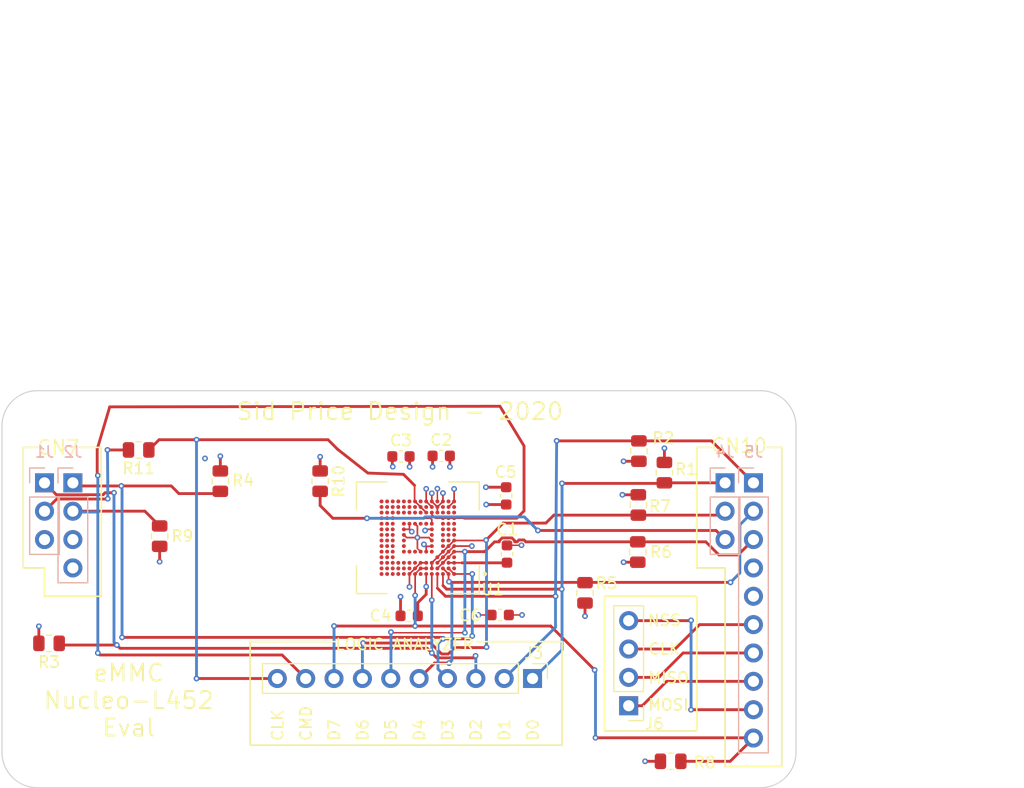
<source format=kicad_pcb>
(kicad_pcb (version 20171130) (host pcbnew "(5.1.7)-1")
  (layers (0 F.Cu signal) (1 GND power hide) (2 3V3 power hide) (31 B.Cu signal) (34 B.Paste user) (35 F.Paste user) (36 B.SilkS user) (37 F.SilkS user) (38 B.Mask user) (39 F.Mask user) (44 Edge.Cuts user))
  (net 0 "")
  (net 1 /SDMMC1_D2)
  (net 2 /SDMMC1_CK)
  (net 3 +3V3)
  (net 4 /SDMMC1_D3)
  (net 5 /SDMMC1_CMD)
  (net 6 GND)
  (net 7 /SDMMC1_D0)
  (net 8 /SDMMC1_D1)
  (net 9 /SDMMC1_D4)
  (net 10 /SDMMC1_D5)
  (net 11 /SDMMC1_D6)
  (net 12 /SDMMC1_D7)
  (net 13 /~SPI1-NSS)
  (net 14 /SPI1-MOSI)
  (net 15 /SPI1-MISO)
  (net 16 /SPI1-CLK)
  (net 17 "Net-(C1-Pad1)")
  (net 18 /~SDMMC1_RST)
  (net 19 /SDMMC1_CK`)
  (module Kicad_Footprints:BGA153N50P14X14_1000X1100X80 (layer F.Cu) (at 160.4388 101.4344 180)
    (fp_text reference U1 (at -6.6932 -4.636) (layer F.SilkS) (effects (font (thickness 0.1524))))
    (fp_text value THGBMNG5D1LBAIT)
    (pad P14 smd circle (at 3.25 3.25 180) (size 0.35 0.35) (layers F.Cu F.Paste F.Mask))
    (pad P13 smd circle (at 2.75 3.25 180) (size 0.35 0.35) (layers F.Cu F.Paste F.Mask))
    (pad P12 smd circle (at 2.25 3.25 180) (size 0.35 0.35) (layers F.Cu F.Paste F.Mask))
    (pad P11 smd circle (at 1.75 3.25 180) (size 0.35 0.35) (layers F.Cu F.Paste F.Mask))
    (pad P10 smd circle (at 1.25 3.25 180) (size 0.35 0.35) (layers F.Cu F.Paste F.Mask))
    (pad P9 smd circle (at 0.75 3.25 180) (size 0.35 0.35) (layers F.Cu F.Paste F.Mask))
    (pad P8 smd circle (at 0.25 3.25 180) (size 0.35 0.35) (layers F.Cu F.Paste F.Mask) (net 19 /SDMMC1_CK`))
    (pad P7 smd circle (at -0.25 3.25 180) (size 0.35 0.35) (layers F.Cu F.Paste F.Mask))
    (pad P6 smd circle (at -0.75 3.25 180) (size 0.35 0.35) (layers F.Cu F.Paste F.Mask) (net 6 GND))
    (pad P5 smd circle (at -1.25 3.25 180) (size 0.35 0.35) (layers F.Cu F.Paste F.Mask) (net 3 +3V3))
    (pad P4 smd circle (at -1.75 3.25 180) (size 0.35 0.35) (layers F.Cu F.Paste F.Mask) (net 6 GND))
    (pad P3 smd circle (at -2.25 3.25 180) (size 0.35 0.35) (layers F.Cu F.Paste F.Mask) (net 3 +3V3))
    (pad P2 smd circle (at -2.75 3.25 180) (size 0.35 0.35) (layers F.Cu F.Paste F.Mask))
    (pad P1 smd circle (at -3.25 3.25 180) (size 0.35 0.35) (layers F.Cu F.Paste F.Mask) (net 6 GND))
    (pad N14 smd circle (at 3.25 2.75 180) (size 0.35 0.35) (layers F.Cu F.Paste F.Mask))
    (pad N13 smd circle (at 2.75 2.75 180) (size 0.35 0.35) (layers F.Cu F.Paste F.Mask))
    (pad N12 smd circle (at 2.25 2.75 180) (size 0.35 0.35) (layers F.Cu F.Paste F.Mask))
    (pad N11 smd circle (at 1.75 2.75 180) (size 0.35 0.35) (layers F.Cu F.Paste F.Mask))
    (pad N10 smd circle (at 1.25 2.75 180) (size 0.35 0.35) (layers F.Cu F.Paste F.Mask))
    (pad N9 smd circle (at 0.75 2.75 180) (size 0.35 0.35) (layers F.Cu F.Paste F.Mask))
    (pad N8 smd circle (at 0.25 2.75 180) (size 0.35 0.35) (layers F.Cu F.Paste F.Mask))
    (pad N7 smd circle (at -0.25 2.75 180) (size 0.35 0.35) (layers F.Cu F.Paste F.Mask) (net 19 /SDMMC1_CK`))
    (pad N6 smd circle (at -0.75 2.75 180) (size 0.35 0.35) (layers F.Cu F.Paste F.Mask))
    (pad N5 smd circle (at -1.25 2.75 180) (size 0.35 0.35) (layers F.Cu F.Paste F.Mask) (net 6 GND))
    (pad N4 smd circle (at -1.75 2.75 180) (size 0.35 0.35) (layers F.Cu F.Paste F.Mask) (net 3 +3V3))
    (pad N3 smd circle (at -2.25 2.75 180) (size 0.35 0.35) (layers F.Cu F.Paste F.Mask))
    (pad N2 smd circle (at -2.75 2.75 180) (size 0.35 0.35) (layers F.Cu F.Paste F.Mask) (net 6 GND))
    (pad N1 smd circle (at -3.25 2.75 180) (size 0.35 0.35) (layers F.Cu F.Paste F.Mask))
    (pad M14 smd circle (at 3.25 2.25 180) (size 0.35 0.35) (layers F.Cu F.Paste F.Mask))
    (pad M13 smd circle (at 2.75 2.25 180) (size 0.35 0.35) (layers F.Cu F.Paste F.Mask))
    (pad M12 smd circle (at 2.25 2.25 180) (size 0.35 0.35) (layers F.Cu F.Paste F.Mask))
    (pad M11 smd circle (at 1.75 2.25 180) (size 0.35 0.35) (layers F.Cu F.Paste F.Mask))
    (pad M10 smd circle (at 1.25 2.25 180) (size 0.35 0.35) (layers F.Cu F.Paste F.Mask))
    (pad M9 smd circle (at 0.75 2.25 180) (size 0.35 0.35) (layers F.Cu F.Paste F.Mask))
    (pad M8 smd circle (at 0.25 2.25 180) (size 0.35 0.35) (layers F.Cu F.Paste F.Mask))
    (pad M7 smd circle (at -0.25 2.25 180) (size 0.35 0.35) (layers F.Cu F.Paste F.Mask))
    (pad M6 smd circle (at -0.75 2.25 180) (size 0.35 0.35) (layers F.Cu F.Paste F.Mask) (net 19 /SDMMC1_CK`))
    (pad M5 smd circle (at -1.25 2.25 180) (size 0.35 0.35) (layers F.Cu F.Paste F.Mask) (net 5 /SDMMC1_CMD))
    (pad M4 smd circle (at -1.75 2.25 180) (size 0.35 0.35) (layers F.Cu F.Paste F.Mask) (net 3 +3V3))
    (pad M3 smd circle (at -2.25 2.25 180) (size 0.35 0.35) (layers F.Cu F.Paste F.Mask))
    (pad M2 smd circle (at -2.75 2.25 180) (size 0.35 0.35) (layers F.Cu F.Paste F.Mask))
    (pad M1 smd circle (at -3.25 2.25 180) (size 0.35 0.35) (layers F.Cu F.Paste F.Mask))
    (pad L14 smd circle (at 3.25 1.75 180) (size 0.35 0.35) (layers F.Cu F.Paste F.Mask) (net 18 /~SDMMC1_RST))
    (pad L13 smd circle (at 2.75 1.75 180) (size 0.35 0.35) (layers F.Cu F.Paste F.Mask) (net 18 /~SDMMC1_RST))
    (pad L12 smd circle (at 2.25 1.75 180) (size 0.35 0.35) (layers F.Cu F.Paste F.Mask) (net 18 /~SDMMC1_RST))
    (pad L3 smd circle (at -2.25 1.75 180) (size 0.35 0.35) (layers F.Cu F.Paste F.Mask) (net 5 /SDMMC1_CMD))
    (pad L2 smd circle (at -2.75 1.75 180) (size 0.35 0.35) (layers F.Cu F.Paste F.Mask) (net 5 /SDMMC1_CMD))
    (pad L1 smd circle (at -3.25 1.75 180) (size 0.35 0.35) (layers F.Cu F.Paste F.Mask) (net 5 /SDMMC1_CMD))
    (pad K14 smd circle (at 3.25 1.25 180) (size 0.35 0.35) (layers F.Cu F.Paste F.Mask))
    (pad K13 smd circle (at 2.75 1.25 180) (size 0.35 0.35) (layers F.Cu F.Paste F.Mask))
    (pad K12 smd circle (at 2.25 1.25 180) (size 0.35 0.35) (layers F.Cu F.Paste F.Mask))
    (pad K10 smd circle (at 1.25 1.25 180) (size 0.35 0.35) (layers F.Cu F.Paste F.Mask))
    (pad K9 smd circle (at 0.75 1.25 180) (size 0.35 0.35) (layers F.Cu F.Paste F.Mask) (net 3 +3V3))
    (pad K8 smd circle (at 0.25 1.25 180) (size 0.35 0.35) (layers F.Cu F.Paste F.Mask) (net 6 GND))
    (pad K7 smd circle (at -0.25 1.25 180) (size 0.35 0.35) (layers F.Cu F.Paste F.Mask))
    (pad K6 smd circle (at -0.75 1.25 180) (size 0.35 0.35) (layers F.Cu F.Paste F.Mask))
    (pad K5 smd circle (at -1.25 1.25 180) (size 0.35 0.35) (layers F.Cu F.Paste F.Mask) (net 18 /~SDMMC1_RST))
    (pad K3 smd circle (at -2.25 1.25 180) (size 0.35 0.35) (layers F.Cu F.Paste F.Mask))
    (pad K2 smd circle (at -2.75 1.25 180) (size 0.35 0.35) (layers F.Cu F.Paste F.Mask))
    (pad K1 smd circle (at -3.25 1.25 180) (size 0.35 0.35) (layers F.Cu F.Paste F.Mask))
    (pad J14 smd circle (at 3.25 0.75 180) (size 0.35 0.35) (layers F.Cu F.Paste F.Mask))
    (pad J13 smd circle (at 2.75 0.75 180) (size 0.35 0.35) (layers F.Cu F.Paste F.Mask))
    (pad J12 smd circle (at 2.25 0.75 180) (size 0.35 0.35) (layers F.Cu F.Paste F.Mask))
    (pad J10 smd circle (at 1.25 0.75 180) (size 0.35 0.35) (layers F.Cu F.Paste F.Mask) (net 3 +3V3))
    (pad J5 smd circle (at -1.25 0.75 180) (size 0.35 0.35) (layers F.Cu F.Paste F.Mask) (net 6 GND))
    (pad J3 smd circle (at -2.25 0.75 180) (size 0.35 0.35) (layers F.Cu F.Paste F.Mask))
    (pad J2 smd circle (at -2.75 0.75 180) (size 0.35 0.35) (layers F.Cu F.Paste F.Mask))
    (pad J1 smd circle (at -3.25 0.75 180) (size 0.35 0.35) (layers F.Cu F.Paste F.Mask))
    (pad H14 smd circle (at 3.25 0.25 180) (size 0.35 0.35) (layers F.Cu F.Paste F.Mask))
    (pad H13 smd circle (at 2.75 0.25 180) (size 0.35 0.35) (layers F.Cu F.Paste F.Mask))
    (pad H12 smd circle (at 2.25 0.25 180) (size 0.35 0.35) (layers F.Cu F.Paste F.Mask))
    (pad H10 smd circle (at 1.25 0.25 180) (size 0.35 0.35) (layers F.Cu F.Paste F.Mask) (net 6 GND))
    (pad H5 smd circle (at -1.25 0.25 180) (size 0.35 0.35) (layers F.Cu F.Paste F.Mask))
    (pad H3 smd circle (at -2.25 0.25 180) (size 0.35 0.35) (layers F.Cu F.Paste F.Mask))
    (pad H2 smd circle (at -2.75 0.25 180) (size 0.35 0.35) (layers F.Cu F.Paste F.Mask))
    (pad H1 smd circle (at -3.25 0.25 180) (size 0.35 0.35) (layers F.Cu F.Paste F.Mask))
    (pad G14 smd circle (at 3.25 -0.25 180) (size 0.35 0.35) (layers F.Cu F.Paste F.Mask))
    (pad G13 smd circle (at 2.75 -0.25 180) (size 0.35 0.35) (layers F.Cu F.Paste F.Mask))
    (pad G12 smd circle (at 2.25 -0.25 180) (size 0.35 0.35) (layers F.Cu F.Paste F.Mask))
    (pad G10 smd circle (at 1.25 -0.25 180) (size 0.35 0.35) (layers F.Cu F.Paste F.Mask))
    (pad G5 smd circle (at -1.25 -0.25 180) (size 0.35 0.35) (layers F.Cu F.Paste F.Mask) (net 6 GND))
    (pad G3 smd circle (at -2.25 -0.25 180) (size 0.35 0.35) (layers F.Cu F.Paste F.Mask))
    (pad G2 smd circle (at -2.75 -0.25 180) (size 0.35 0.35) (layers F.Cu F.Paste F.Mask))
    (pad G1 smd circle (at -3.25 -0.25 180) (size 0.35 0.35) (layers F.Cu F.Paste F.Mask) (net 11 /SDMMC1_D6))
    (pad F14 smd circle (at 3.25 -0.75 180) (size 0.35 0.35) (layers F.Cu F.Paste F.Mask))
    (pad F13 smd circle (at 2.75 -0.75 180) (size 0.35 0.35) (layers F.Cu F.Paste F.Mask))
    (pad F12 smd circle (at 2.25 -0.75 180) (size 0.35 0.35) (layers F.Cu F.Paste F.Mask))
    (pad F10 smd circle (at 1.25 -0.75 180) (size 0.35 0.35) (layers F.Cu F.Paste F.Mask))
    (pad F5 smd circle (at -1.25 -0.75 180) (size 0.35 0.35) (layers F.Cu F.Paste F.Mask) (net 3 +3V3))
    (pad F3 smd circle (at -2.25 -0.75 180) (size 0.35 0.35) (layers F.Cu F.Paste F.Mask))
    (pad F2 smd circle (at -2.75 -0.75 180) (size 0.35 0.35) (layers F.Cu F.Paste F.Mask) (net 11 /SDMMC1_D6))
    (pad F1 smd circle (at -3.25 -0.75 180) (size 0.35 0.35) (layers F.Cu F.Paste F.Mask) (net 6 GND))
    (pad E14 smd circle (at 3.25 -1.25 180) (size 0.35 0.35) (layers F.Cu F.Paste F.Mask))
    (pad E13 smd circle (at 2.75 -1.25 180) (size 0.35 0.35) (layers F.Cu F.Paste F.Mask))
    (pad E12 smd circle (at 2.25 -1.25 180) (size 0.35 0.35) (layers F.Cu F.Paste F.Mask))
    (pad E10 smd circle (at 1.25 -1.25 180) (size 0.35 0.35) (layers F.Cu F.Paste F.Mask))
    (pad E9 smd circle (at 0.75 -1.25 180) (size 0.35 0.35) (layers F.Cu F.Paste F.Mask))
    (pad E8 smd circle (at 0.25 -1.25 180) (size 0.35 0.35) (layers F.Cu F.Paste F.Mask))
    (pad E7 smd circle (at -0.25 -1.25 180) (size 0.35 0.35) (layers F.Cu F.Paste F.Mask) (net 6 GND))
    (pad E6 smd circle (at -0.75 -1.25 180) (size 0.35 0.35) (layers F.Cu F.Paste F.Mask) (net 3 +3V3))
    (pad E5 smd circle (at -1.25 -1.25 180) (size 0.35 0.35) (layers F.Cu F.Paste F.Mask))
    (pad E3 smd circle (at -2.25 -1.25 180) (size 0.35 0.35) (layers F.Cu F.Paste F.Mask) (net 11 /SDMMC1_D6))
    (pad E2 smd circle (at -2.75 -1.25 180) (size 0.35 0.35) (layers F.Cu F.Paste F.Mask) (net 6 GND))
    (pad E1 smd circle (at -3.25 -1.25 180) (size 0.35 0.35) (layers F.Cu F.Paste F.Mask) (net 10 /SDMMC1_D5))
    (pad D14 smd circle (at 3.25 -1.75 180) (size 0.35 0.35) (layers F.Cu F.Paste F.Mask))
    (pad D13 smd circle (at 2.75 -1.75 180) (size 0.35 0.35) (layers F.Cu F.Paste F.Mask))
    (pad D12 smd circle (at 2.25 -1.75 180) (size 0.35 0.35) (layers F.Cu F.Paste F.Mask))
    (pad D4 smd circle (at -1.75 -1.75 180) (size 0.35 0.35) (layers F.Cu F.Paste F.Mask) (net 11 /SDMMC1_D6))
    (pad D3 smd circle (at -2.25 -1.75 180) (size 0.35 0.35) (layers F.Cu F.Paste F.Mask) (net 6 GND))
    (pad D2 smd circle (at -2.75 -1.75 180) (size 0.35 0.35) (layers F.Cu F.Paste F.Mask) (net 10 /SDMMC1_D5))
    (pad D1 smd circle (at -3.25 -1.75 180) (size 0.35 0.35) (layers F.Cu F.Paste F.Mask))
    (pad C14 smd circle (at 3.25 -2.25 180) (size 0.35 0.35) (layers F.Cu F.Paste F.Mask))
    (pad C13 smd circle (at 2.75 -2.25 180) (size 0.35 0.35) (layers F.Cu F.Paste F.Mask))
    (pad C12 smd circle (at 2.25 -2.25 180) (size 0.35 0.35) (layers F.Cu F.Paste F.Mask))
    (pad C11 smd circle (at 1.75 -2.25 180) (size 0.35 0.35) (layers F.Cu F.Paste F.Mask))
    (pad C10 smd circle (at 1.25 -2.25 180) (size 0.35 0.35) (layers F.Cu F.Paste F.Mask))
    (pad C9 smd circle (at 0.75 -2.25 180) (size 0.35 0.35) (layers F.Cu F.Paste F.Mask))
    (pad C8 smd circle (at 0.25 -2.25 180) (size 0.35 0.35) (layers F.Cu F.Paste F.Mask))
    (pad C7 smd circle (at -0.25 -2.25 180) (size 0.35 0.35) (layers F.Cu F.Paste F.Mask) (net 3 +3V3))
    (pad C6 smd circle (at -0.75 -2.25 180) (size 0.35 0.35) (layers F.Cu F.Paste F.Mask) (net 3 +3V3))
    (pad C5 smd circle (at -1.25 -2.25 180) (size 0.35 0.35) (layers F.Cu F.Paste F.Mask) (net 11 /SDMMC1_D6))
    (pad C4 smd circle (at -1.75 -2.25 180) (size 0.35 0.35) (layers F.Cu F.Paste F.Mask) (net 6 GND))
    (pad C3 smd circle (at -2.25 -2.25 180) (size 0.35 0.35) (layers F.Cu F.Paste F.Mask) (net 10 /SDMMC1_D5))
    (pad C2 smd circle (at -2.75 -2.25 180) (size 0.35 0.35) (layers F.Cu F.Paste F.Mask) (net 17 "Net-(C1-Pad1)"))
    (pad C1 smd circle (at -3.25 -2.25 180) (size 0.35 0.35) (layers F.Cu F.Paste F.Mask) (net 17 "Net-(C1-Pad1)"))
    (pad B14 smd circle (at 3.25 -2.75 180) (size 0.35 0.35) (layers F.Cu F.Paste F.Mask))
    (pad B13 smd circle (at 2.75 -2.75 180) (size 0.35 0.35) (layers F.Cu F.Paste F.Mask))
    (pad B12 smd circle (at 2.25 -2.75 180) (size 0.35 0.35) (layers F.Cu F.Paste F.Mask))
    (pad B11 smd circle (at 1.75 -2.75 180) (size 0.35 0.35) (layers F.Cu F.Paste F.Mask))
    (pad B10 smd circle (at 1.25 -2.75 180) (size 0.35 0.35) (layers F.Cu F.Paste F.Mask))
    (pad B9 smd circle (at 0.75 -2.75 180) (size 0.35 0.35) (layers F.Cu F.Paste F.Mask))
    (pad B8 smd circle (at 0.25 -2.75 180) (size 0.35 0.35) (layers F.Cu F.Paste F.Mask) (net 3 +3V3))
    (pad B7 smd circle (at -0.25 -2.75 180) (size 0.35 0.35) (layers F.Cu F.Paste F.Mask) (net 12 /SDMMC1_D7))
    (pad B6 smd circle (at -0.75 -2.75 180) (size 0.35 0.35) (layers F.Cu F.Paste F.Mask) (net 12 /SDMMC1_D7))
    (pad B5 smd circle (at -1.25 -2.75 180) (size 0.35 0.35) (layers F.Cu F.Paste F.Mask) (net 11 /SDMMC1_D6))
    (pad B4 smd circle (at -1.75 -2.75 180) (size 0.35 0.35) (layers F.Cu F.Paste F.Mask) (net 10 /SDMMC1_D5))
    (pad B3 smd circle (at -2.25 -2.75 180) (size 0.35 0.35) (layers F.Cu F.Paste F.Mask) (net 9 /SDMMC1_D4))
    (pad B2 smd circle (at -2.75 -2.75 180) (size 0.35 0.35) (layers F.Cu F.Paste F.Mask) (net 4 /SDMMC1_D3))
    (pad B1 smd circle (at -3.25 -2.75 180) (size 0.35 0.35) (layers F.Cu F.Paste F.Mask))
    (pad A14 smd circle (at 3.25 -3.25 180) (size 0.35 0.35) (layers F.Cu F.Paste F.Mask))
    (pad A13 smd circle (at 2.75 -3.25 180) (size 0.35 0.35) (layers F.Cu F.Paste F.Mask))
    (pad A12 smd circle (at 2.25 -3.25 180) (size 0.35 0.35) (layers F.Cu F.Paste F.Mask))
    (pad A11 smd circle (at 1.75 -3.25 180) (size 0.35 0.35) (layers F.Cu F.Paste F.Mask))
    (pad A10 smd circle (at 1.25 -3.25 180) (size 0.35 0.35) (layers F.Cu F.Paste F.Mask))
    (pad A9 smd circle (at 0.75 -3.25 180) (size 0.35 0.35) (layers F.Cu F.Paste F.Mask) (net 3 +3V3))
    (pad A8 smd circle (at 0.25 -3.25 180) (size 0.35 0.35) (layers F.Cu F.Paste F.Mask) (net 12 /SDMMC1_D7))
    (pad A7 smd circle (at -0.25 -3.25 180) (size 0.35 0.35) (layers F.Cu F.Paste F.Mask))
    (pad A6 smd circle (at -0.75 -3.25 180) (size 0.35 0.35) (layers F.Cu F.Paste F.Mask) (net 6 GND))
    (pad A5 smd circle (at -1.25 -3.25 180) (size 0.35 0.35) (layers F.Cu F.Paste F.Mask) (net 1 /SDMMC1_D2))
    (pad A4 smd circle (at -1.75 -3.25 180) (size 0.35 0.35) (layers F.Cu F.Paste F.Mask) (net 8 /SDMMC1_D1))
    (pad A3 smd circle (at -2.25 -3.25 180) (size 0.35 0.35) (layers F.Cu F.Paste F.Mask) (net 7 /SDMMC1_D0))
    (pad A2 smd circle (at -2.75 -3.25 180) (size 0.35 0.35) (layers F.Cu F.Paste F.Mask) (net 9 /SDMMC1_D4))
    (pad A1 smd circle (at -3.25 -3.25 180) (size 0.35 0.35) (layers F.Cu F.Paste F.Mask) (net 4 /SDMMC1_D3))
  )
  (module Resistor_SMD:R_0805_2012Metric (layer F.Cu) (at 135.4328 93.5736 180)
    (fp_text reference R11 (at 0 -1.65) (layer F.SilkS))
    (fp_text value 33)
    (pad 2 smd roundrect (at 0.9125 0 180) (size 1.025 1.4) (layers F.Cu F.Paste F.Mask) (roundrect_rratio 0.243902) (net 2 /SDMMC1_CK))
    (pad 1 smd roundrect (at -0.9125 0 180) (size 1.025 1.4) (layers F.Cu F.Paste F.Mask) (roundrect_rratio 0.243902) (net 19 /SDMMC1_CK`))
  )
  (module Resistor_SMD:R_0805_2012Metric (layer F.Cu) (at 151.6888 96.3676 270)
    (fp_text reference R10 (at 0 -1.65 90) (layer F.SilkS))
    (fp_text value 47K)
    (pad 2 smd roundrect (at 0.9125 0 270) (size 1.025 1.4) (layers F.Cu F.Paste F.Mask) (roundrect_rratio 0.243902) (net 18 /~SDMMC1_RST))
    (pad 1 smd roundrect (at -0.9125 0 270) (size 1.025 1.4) (layers F.Cu F.Paste F.Mask) (roundrect_rratio 0.243902) (net 3 +3V3))
  )
  (module Resistor_SMD:R_0805_2012Metric (layer F.Cu) (at 137.3124 101.2952 90)
    (fp_text reference R9 (at 0 2.032 180) (layer F.SilkS))
    (fp_text value 47K)
    (pad 2 smd roundrect (at 0.9125 0 90) (size 1.025 1.4) (layers F.Cu F.Paste F.Mask) (roundrect_rratio 0.243902) (net 5 /SDMMC1_CMD))
    (pad 1 smd roundrect (at -0.9125 0 90) (size 1.025 1.4) (layers F.Cu F.Paste F.Mask) (roundrect_rratio 0.243902) (net 3 +3V3))
  )
  (module Resistor_SMD:R_0805_2012Metric (layer F.Cu) (at 183.0832 121.4628)
    (fp_text reference R8 (at 3.048 0.1016) (layer F.SilkS))
    (fp_text value 47K)
    (pad 2 smd roundrect (at 0.9125 0) (size 1.025 1.4) (layers F.Cu F.Paste F.Mask) (roundrect_rratio 0.243902) (net 12 /SDMMC1_D7))
    (pad 1 smd roundrect (at -0.9125 0) (size 1.025 1.4) (layers F.Cu F.Paste F.Mask) (roundrect_rratio 0.243902) (net 3 +3V3))
  )
  (module Resistor_SMD:R_0805_2012Metric (layer F.Cu) (at 180.1876 98.5012 270)
    (fp_text reference R7 (at 0.1016 -1.9304 180) (layer F.SilkS))
    (fp_text value 47K)
    (pad 2 smd roundrect (at 0.9125 0 270) (size 1.025 1.4) (layers F.Cu F.Paste F.Mask) (roundrect_rratio 0.243902) (net 11 /SDMMC1_D6))
    (pad 1 smd roundrect (at -0.9125 0 270) (size 1.025 1.4) (layers F.Cu F.Paste F.Mask) (roundrect_rratio 0.243902) (net 3 +3V3))
  )
  (module Resistor_SMD:R_0805_2012Metric (layer F.Cu) (at 180.1368 102.7176 90)
    (fp_text reference R6 (at 0 2.0828 180) (layer F.SilkS))
    (fp_text value 47K)
    (pad 2 smd roundrect (at 0.9125 0 90) (size 1.025 1.4) (layers F.Cu F.Paste F.Mask) (roundrect_rratio 0.243902) (net 10 /SDMMC1_D5))
    (pad 1 smd roundrect (at -0.9125 0 90) (size 1.025 1.4) (layers F.Cu F.Paste F.Mask) (roundrect_rratio 0.243902) (net 3 +3V3))
  )
  (module Resistor_SMD:R_0805_2012Metric (layer F.Cu) (at 175.4124 106.3752 90)
    (fp_text reference R5 (at 0.8636 1.9304 180) (layer F.SilkS))
    (fp_text value 47K)
    (pad 2 smd roundrect (at 0.9125 0 90) (size 1.025 1.4) (layers F.Cu F.Paste F.Mask) (roundrect_rratio 0.243902) (net 9 /SDMMC1_D4))
    (pad 1 smd roundrect (at -0.9125 0 90) (size 1.025 1.4) (layers F.Cu F.Paste F.Mask) (roundrect_rratio 0.243902) (net 3 +3V3))
  )
  (module Resistor_SMD:R_0805_2012Metric (layer F.Cu) (at 142.748 96.3676 270)
    (fp_text reference R4 (at -0.0508 -2.032 180) (layer F.SilkS))
    (fp_text value 47K)
    (pad 2 smd roundrect (at 0.9125 0 270) (size 1.025 1.4) (layers F.Cu F.Paste F.Mask) (roundrect_rratio 0.243902) (net 4 /SDMMC1_D3))
    (pad 1 smd roundrect (at -0.9125 0 270) (size 1.025 1.4) (layers F.Cu F.Paste F.Mask) (roundrect_rratio 0.243902) (net 3 +3V3))
  )
  (module Resistor_SMD:R_0805_2012Metric (layer F.Cu) (at 127.4064 110.8964)
    (fp_text reference R3 (at 0 1.6764) (layer F.SilkS))
    (fp_text value 47K)
    (pad 2 smd roundrect (at 0.9125 0) (size 1.025 1.4) (layers F.Cu F.Paste F.Mask) (roundrect_rratio 0.243902) (net 1 /SDMMC1_D2))
    (pad 1 smd roundrect (at -0.9125 0) (size 1.025 1.4) (layers F.Cu F.Paste F.Mask) (roundrect_rratio 0.243902) (net 3 +3V3))
  )
  (module Resistor_SMD:R_0805_2012Metric (layer F.Cu) (at 180.2384 93.6752 90)
    (fp_text reference R2 (at 1.1684 2.1844 180) (layer F.SilkS))
    (fp_text value 47K)
    (pad 2 smd roundrect (at 0.9125 0 90) (size 1.025 1.4) (layers F.Cu F.Paste F.Mask) (roundrect_rratio 0.243902) (net 8 /SDMMC1_D1))
    (pad 1 smd roundrect (at -0.9125 0 90) (size 1.025 1.4) (layers F.Cu F.Paste F.Mask) (roundrect_rratio 0.243902) (net 3 +3V3))
  )
  (module Resistor_SMD:R_0805_2012Metric (layer F.Cu) (at 182.5244 95.6056 270)
    (fp_text reference R1 (at -0.3048 -1.9304 180) (layer F.SilkS))
    (fp_text value 47K)
    (pad 2 smd roundrect (at 0.9125 0 270) (size 1.025 1.4) (layers F.Cu F.Paste F.Mask) (roundrect_rratio 0.243902) (net 7 /SDMMC1_D0))
    (pad 1 smd roundrect (at -0.9125 0 270) (size 1.025 1.4) (layers F.Cu F.Paste F.Mask) (roundrect_rratio 0.243902) (net 3 +3V3))
  )
  (module Connector_PinHeader_2.54mm:PinHeader_1x04_P2.54mm_Vertical (layer F.Cu) (at 179.324 116.4844 180)
    (fp_text reference J6 (at -2.286 -1.6256) (layer F.SilkS))
    (fp_text value Conn_01x04_Male)
    (pad 4 thru_hole oval (at 0 7.62 180) (size 1.7 1.7) (drill 1) (layers *.Cu *.Mask) (net 13 /~SPI1-NSS))
    (pad 3 thru_hole oval (at 0 5.08 180) (size 1.7 1.7) (drill 1) (layers *.Cu *.Mask) (net 16 /SPI1-CLK))
    (pad 2 thru_hole oval (at 0 2.54 180) (size 1.7 1.7) (drill 1) (layers *.Cu *.Mask) (net 15 /SPI1-MISO))
    (pad 1 thru_hole rect (at 0 0 180) (size 1.7 1.7) (drill 1) (layers *.Cu *.Mask) (net 14 /SPI1-MOSI))
  )
  (module Capacitor_SMD:C_0603_1608Metric (layer F.Cu) (at 167.8178 108.3564)
    (fp_text reference C6 (at -2.6924 0.0254) (layer F.SilkS))
    (fp_text value 100nF)
    (pad 2 smd roundrect (at 0.775 0) (size 0.9 0.95) (layers F.Cu F.Paste F.Mask) (net 6 GND))
    (pad 1 smd roundrect (at -0.775 0) (size 0.9 0.95) (layers F.Cu F.Paste F.Mask) (net 3 +3V3))
  )
  (module Capacitor_SMD:C_0603_1608Metric (layer F.Cu) (at 168.3512 97.6884 90)
    (fp_text reference C5 (at 2.1336 -0.0508 180) (layer F.SilkS))
    (fp_text value 100nF)
    (pad 2 smd roundrect (at 0.775 0 90) (size 0.9 0.95) (layers F.Cu F.Paste F.Mask) (net 6 GND))
    (pad 1 smd roundrect (at -0.775 0 90) (size 0.9 0.95) (layers F.Cu F.Paste F.Mask) (net 3 +3V3))
  )
  (module Capacitor_SMD:C_0603_1608Metric (layer F.Cu) (at 159.6644 108.4326)
    (fp_text reference C4 (at -2.5654 -0.0254) (layer F.SilkS))
    (fp_text value 100nF)
    (pad 2 smd roundrect (at 0.775 0) (size 0.9 0.95) (layers F.Cu F.Paste F.Mask) (net 6 GND))
    (pad 1 smd roundrect (at -0.775 0) (size 0.9 0.95) (layers F.Cu F.Paste F.Mask) (net 3 +3V3))
  )
  (module Capacitor_SMD:C_0603_1608Metric (layer F.Cu) (at 158.9278 94.1578)
    (fp_text reference C3 (at 0 -1.43) (layer F.SilkS))
    (fp_text value 100nF)
    (pad 2 smd roundrect (at 0.775 0) (size 0.9 0.95) (layers F.Cu F.Paste F.Mask) (net 6 GND))
    (pad 1 smd roundrect (at -0.775 0) (size 0.9 0.95) (layers F.Cu F.Paste F.Mask) (net 3 +3V3))
  )
  (module Capacitor_SMD:C_0603_1608Metric (layer F.Cu) (at 162.5346 94.107)
    (fp_text reference C2 (at 0 -1.43) (layer F.SilkS))
    (fp_text value "10uF 10V")
    (pad 2 smd roundrect (at 0.775 0) (size 0.9 0.95) (layers F.Cu F.Paste F.Mask) (net 6 GND))
    (pad 1 smd roundrect (at -0.775 0) (size 0.9 0.95) (layers F.Cu F.Paste F.Mask) (net 3 +3V3))
  )
  (module Capacitor_SMD:C_0603_1608Metric (layer F.Cu) (at 168.4274 102.8954 90)
    (fp_text reference C1 (at 2.1968 0.0254 180) (layer F.SilkS))
    (fp_text value "2.2uF 6.3V")
    (pad 2 smd roundrect (at 0.775 0 90) (size 0.9 0.95) (layers F.Cu F.Paste F.Mask) (net 6 GND))
    (pad 1 smd roundrect (at -0.775 0 90) (size 0.9 0.95) (layers F.Cu F.Paste F.Mask) (net 17 "Net-(C1-Pad1)"))
  )
  (module Connector_PinHeader_2.54mm:PinHeader_1x10_P2.54mm_Vertical (layer F.Cu) (at 170.7134 114.046 270)
    (fp_text reference J3 (at -2.286 -0.1016 180) (layer F.SilkS))
    (fp_text value Conn_01x10_Male)
    (pad 1 thru_hole rect (at 0 0 270) (size 1.7 1.7) (drill 1) (layers *.Cu *.Mask) (net 7 /SDMMC1_D0))
    (pad 2 thru_hole oval (at 0 2.54 270) (size 1.7 1.7) (drill 1) (layers *.Cu *.Mask) (net 8 /SDMMC1_D1))
    (pad 3 thru_hole oval (at 0 5.08 270) (size 1.7 1.7) (drill 1) (layers *.Cu *.Mask) (net 1 /SDMMC1_D2))
    (pad 4 thru_hole oval (at 0 7.62 270) (size 1.7 1.7) (drill 1) (layers *.Cu *.Mask) (net 4 /SDMMC1_D3))
    (pad 5 thru_hole oval (at 0 10.16 270) (size 1.7 1.7) (drill 1) (layers *.Cu *.Mask) (net 9 /SDMMC1_D4))
    (pad 6 thru_hole oval (at 0 12.7 270) (size 1.7 1.7) (drill 1) (layers *.Cu *.Mask) (net 10 /SDMMC1_D5))
    (pad 7 thru_hole oval (at 0 15.24 270) (size 1.7 1.7) (drill 1) (layers *.Cu *.Mask) (net 11 /SDMMC1_D6))
    (pad 8 thru_hole oval (at 0 17.78 270) (size 1.7 1.7) (drill 1) (layers *.Cu *.Mask) (net 12 /SDMMC1_D7))
    (pad 9 thru_hole oval (at 0 20.32 270) (size 1.7 1.7) (drill 1) (layers *.Cu *.Mask) (net 5 /SDMMC1_CMD))
    (pad 10 thru_hole oval (at 0 22.86 270) (size 1.7 1.7) (drill 1) (layers *.Cu *.Mask) (net 19 /SDMMC1_CK`))
  )
  (module Connector_PinSocket_2.54mm:PinSocket_1x03_P2.54mm_Vertical (layer B.Cu) (at 187.96 96.52 180)
    (fp_text reference J4 (at 0 2.77) (layer B.SilkS) (effects (justify mirror)))
    (fp_text value Conn_01x03_Male)
    (pad 3 thru_hole oval (at 0 -5.08 180) (size 1.7 1.7) (drill 1) (layers *.Cu *.Mask) (net 18 /~SDMMC1_RST))
    (pad 2 thru_hole oval (at 0 -2.54 180) (size 1.7 1.7) (drill 1) (layers *.Cu *.Mask) (net 11 /SDMMC1_D6))
    (pad 1 thru_hole rect (at 0 0 180) (size 1.7 1.7) (drill 1) (layers *.Cu *.Mask) (net 7 /SDMMC1_D0))
  )
  (module Connector_PinSocket_2.54mm:PinSocket_1x10_P2.54mm_Vertical (layer B.Cu) (at 190.5 96.52 180)
    (fp_text reference J5 (at 0 2.77) (layer B.SilkS) (effects (justify mirror)))
    (fp_text value Conn_01x10_Male)
    (pad 10 thru_hole oval (at 0 -22.86 180) (size 1.7 1.7) (drill 1) (layers *.Cu *.Mask) (net 12 /SDMMC1_D7))
    (pad 9 thru_hole oval (at 0 -20.32 180) (size 1.7 1.7) (drill 1) (layers *.Cu *.Mask) (net 13 /~SPI1-NSS))
    (pad 8 thru_hole oval (at 0 -17.78 180) (size 1.7 1.7) (drill 1) (layers *.Cu *.Mask) (net 14 /SPI1-MOSI))
    (pad 7 thru_hole oval (at 0 -15.24 180) (size 1.7 1.7) (drill 1) (layers *.Cu *.Mask) (net 15 /SPI1-MISO))
    (pad 6 thru_hole oval (at 0 -12.7 180) (size 1.7 1.7) (drill 1) (layers *.Cu *.Mask) (net 16 /SPI1-CLK))
    (pad 5 thru_hole oval (at 0 -10.16 180) (size 1.7 1.7) (drill 1) (layers *.Cu *.Mask))
    (pad 4 thru_hole oval (at 0 -7.62 180) (size 1.7 1.7) (drill 1) (layers *.Cu *.Mask))
    (pad 3 thru_hole oval (at 0 -5.08 180) (size 1.7 1.7) (drill 1) (layers *.Cu *.Mask) (net 10 /SDMMC1_D5))
    (pad 2 thru_hole oval (at 0 -2.54 180) (size 1.7 1.7) (drill 1) (layers *.Cu *.Mask) (net 9 /SDMMC1_D4))
    (pad 1 thru_hole rect (at 0 0 180) (size 1.7 1.7) (drill 1) (layers *.Cu *.Mask) (net 8 /SDMMC1_D1))
  )
  (module Connector_PinSocket_2.54mm:PinSocket_1x04_P2.54mm_Vertical (layer B.Cu) (at 129.54 96.52 180)
    (fp_text reference J2 (at 0 2.77) (layer B.SilkS) (effects (justify mirror)))
    (fp_text value Conn_01x04_Male)
    (pad 4 thru_hole oval (at 0 -7.62 180) (size 1.7 1.7) (drill 1) (layers *.Cu *.Mask) (net 6 GND))
    (pad 3 thru_hole oval (at 0 -5.08 180) (size 1.7 1.7) (drill 1) (layers *.Cu *.Mask))
    (pad 2 thru_hole oval (at 0 -2.54 180) (size 1.7 1.7) (drill 1) (layers *.Cu *.Mask) (net 5 /SDMMC1_CMD))
    (pad 1 thru_hole rect (at 0 0 180) (size 1.7 1.7) (drill 1) (layers *.Cu *.Mask) (net 4 /SDMMC1_D3))
  )
  (module Connector_PinSocket_2.54mm:PinSocket_1x03_P2.54mm_Vertical (layer B.Cu) (at 127 96.52 180)
    (fp_text reference J1 (at 0 2.77) (layer B.SilkS) (effects (justify mirror)))
    (fp_text value Conn_01x03_Male)
    (pad 3 thru_hole oval (at 0 -5.08 180) (size 1.7 1.7) (drill 1) (layers *.Cu *.Mask) (net 3 +3V3))
    (pad 2 thru_hole oval (at 0 -2.54 180) (size 1.7 1.7) (drill 1) (layers *.Cu *.Mask) (net 2 /SDMMC1_CK))
    (pad 1 thru_hole rect (at 0 0 180) (size 1.7 1.7) (drill 1) (layers *.Cu *.Mask) (net 1 /SDMMC1_D2))
  )
  (gr_line (start 173.355 110.744) (end 173.355 111.125) (layer F.SilkS) (width 0.15))
  (gr_line (start 145.415 111.125) (end 145.415 110.744) (layer F.SilkS) (width 0.15))
  (gr_line (start 132.08 93.345) (end 130.175 93.345) (layer F.SilkS) (width 0.15))
  (gr_line (start 132.08 106.68) (end 132.08 93.345) (layer F.SilkS) (width 0.15))
  (gr_line (start 127 106.68) (end 132.08 106.68) (layer F.SilkS) (width 0.15))
  (gr_line (start 127 104.14) (end 127 106.68) (layer F.SilkS) (width 0.15))
  (gr_line (start 125.095 104.14) (end 127 104.14) (layer F.SilkS) (width 0.15))
  (gr_line (start 125.095 93.345) (end 125.095 104.14) (layer F.SilkS) (width 0.15))
  (gr_line (start 126.365 93.345) (end 125.095 93.345) (layer F.SilkS) (width 0.15))
  (gr_line (start 173.355 110.744) (end 165.735 110.744) (layer F.SilkS) (width 0.15))
  (gr_line (start 173.355 120.015) (end 173.355 111.125) (layer F.SilkS) (width 0.15))
  (gr_line (start 145.415 120.015) (end 173.355 120.015) (layer F.SilkS) (width 0.15))
  (gr_line (start 145.415 111.125) (end 145.415 120.015) (layer F.SilkS) (width 0.15))
  (gr_line (start 153.035 110.744) (end 145.415 110.744) (layer F.SilkS) (width 0.15))
  (gr_text "LOGIC ANALYZER" (at 159.258 110.998) (layer F.SilkS) (effects (font (size 1 1))))
  (gr_line (start 177.165 118.745) (end 177.165 106.68) (layer F.SilkS) (width 0.15))
  (gr_line (start 185.42 118.745) (end 177.165 118.745) (layer F.SilkS) (width 0.15))
  (gr_line (start 185.42 106.68) (end 185.42 118.745) (layer F.SilkS) (width 0.15))
  (gr_line (start 177.165 106.68) (end 185.42 106.68) (layer F.SilkS) (width 0.15))
  (gr_line (start 185.42 93.345) (end 186.69 93.345) (layer F.SilkS) (width 0.15))
  (gr_line (start 185.42 104.14) (end 185.42 93.345) (layer F.SilkS) (width 0.15))
  (gr_line (start 187.96 104.14) (end 185.42 104.14) (layer F.SilkS) (width 0.15))
  (gr_line (start 187.96 121.92) (end 187.96 104.14) (layer F.SilkS) (width 0.15))
  (gr_line (start 193.04 121.92) (end 187.96 121.92) (layer F.SilkS) (width 0.15))
  (gr_line (start 193.04 93.345) (end 193.04 121.92) (layer F.SilkS) (width 0.15))
  (gr_line (start 191.77 93.345) (end 193.04 93.345) (layer F.SilkS) (width 0.15))
  (gr_text NSS (at 182.5244 108.839) (layer F.SilkS) (effects (font (size 1 1))))
  (gr_text CLK (at 182.5244 111.4044) (layer F.SilkS) (effects (font (size 1 1))))
  (gr_text MISO (at 182.9054 113.9952) (layer F.SilkS) (effects (font (size 1 1))))
  (gr_text MOSI (at 182.88 116.4082) (layer F.SilkS) (effects (font (size 1 1))))
  (gr_text D4 (at 160.5788 119.7356 90) (layer F.SilkS) (effects (font (size 1 1)) (justify left)))
  (gr_text D3 (at 163.1188 119.7356 90) (layer F.SilkS) (effects (font (size 1 1)) (justify left)))
  (gr_text D2 (at 165.6588 119.7356 90) (layer F.SilkS) (effects (font (size 1 1)) (justify left)))
  (gr_text CN10 (at 189.2046 93.1926) (layer F.SilkS) (effects (font (size 1.27 1.27))))
  (gr_text CN7 (at 128.2446 93.345) (layer F.SilkS) (effects (font (size 1.27 1.27))))
  (gr_text D6 (at 155.4988 119.7356 90) (layer F.SilkS) (effects (font (size 1 1)) (justify left)))
  (gr_text D5 (at 158.0388 119.7356 90) (layer F.SilkS) (effects (font (size 1 1)) (justify left)))
  (gr_text D7 (at 152.9588 119.7356 90) (layer F.SilkS) (effects (font (size 1 1)) (justify left)))
  (gr_text CMD (at 150.4188 119.7356 90) (layer F.SilkS) (effects (font (size 1 1)) (justify left)))
  (gr_text D0 (at 170.7388 119.7356 90) (layer F.SilkS) (effects (font (size 1 1)) (justify left)))
  (gr_text CLK (at 147.8788 119.7356 90) (layer F.SilkS) (effects (font (size 1 1)) (justify left)))
  (gr_text "Sid Price Design - 2020" (at 158.8262 90.1192) (layer F.SilkS) (effects (font (size 1.524 1.524) (thickness 0.1778))))
  (gr_text D1 (at 168.1988 119.7356 90) (layer F.SilkS) (effects (font (size 1 1)) (justify left)))
  (gr_text "eMMC\nNucleo-L452\nEval" (at 134.5438 116.0018) (layer F.SilkS) (effects (font (size 1.524 1.524) (thickness 0.1778))))
  (gr_arc (start 191.135 120.65) (end 191.135 123.825) (angle -90) (layer Edge.Cuts) (width 0.1))
  (gr_line (start 194.31 91.44) (end 194.31 120.65) (layer Edge.Cuts) (width 0.1))
  (gr_arc (start 126.365 91.44) (end 126.365 88.265) (angle -90) (layer Edge.Cuts) (width 0.1))
  (gr_line (start 126.365 88.265) (end 191.135 88.265) (layer Edge.Cuts) (width 0.1))
  (gr_arc (start 191.135 91.44) (end 194.31 91.44) (angle -90) (layer Edge.Cuts) (width 0.1))
  (gr_line (start 123.19 120.65) (end 123.19 91.44) (layer Edge.Cuts) (width 0.1))
  (gr_line (start 191.135 123.825) (end 126.365 123.825) (layer Edge.Cuts) (width 0.1))
  (gr_arc (start 126.365 120.65) (end 123.19 120.65) (angle -90) (layer Edge.Cuts) (width 0.1))
  (segment (start 161.6888 104.6844) (end 161.6888 107.028) (width 0.1524) (layer F.Cu) (net 1))
  (via (at 161.6888 107.028) (size 0.508) (drill 0.254) (layers F.Cu B.Cu) (net 1))
  (segment (start 161.6964 111.633) (end 161.6964 111.76) (width 0.127) (layer B.Cu) (net 1))
  (via (at 161.6964 111.76) (size 0.508) (drill 0.254) (layers F.Cu B.Cu) (net 1))
  (segment (start 161.6888 107.028) (end 161.6888 111.6254) (width 0.254) (layer B.Cu) (net 1))
  (segment (start 161.6888 111.6254) (end 161.6964 111.633) (width 0.127) (layer B.Cu) (net 1))
  (via (at 165.608 112.014) (size 0.508) (drill 0.254) (layers F.Cu B.Cu) (net 1))
  (segment (start 165.6334 112.0394) (end 165.608 112.014) (width 0.127) (layer B.Cu) (net 1))
  (segment (start 165.6334 114.046) (end 165.6334 112.0394) (width 0.254) (layer B.Cu) (net 1))
  (via (at 133.477 111.0488) (size 0.508) (drill 0.254) (layers F.Cu B.Cu) (net 1))
  (segment (start 133.223 110.7948) (end 133.223 97.409) (width 0.254) (layer B.Cu) (net 1))
  (segment (start 133.477 111.0488) (end 133.223 110.7948) (width 0.254) (layer B.Cu) (net 1))
  (via (at 133.223 97.409) (size 0.508) (drill 0.254) (layers F.Cu B.Cu) (net 1))
  (segment (start 127 96.52) (end 128.0668 97.5868) (width 0.254) (layer F.Cu) (net 1))
  (segment (start 128.0668 97.5868) (end 132.241661 97.5868) (width 0.254) (layer F.Cu) (net 1))
  (segment (start 132.241661 97.5868) (end 132.419461 97.409) (width 0.254) (layer F.Cu) (net 1))
  (segment (start 132.419461 97.409) (end 133.223 97.409) (width 0.254) (layer F.Cu) (net 1))
  (segment (start 161.6964 111.76) (end 162.128213 112.191813) (width 0.254) (layer F.Cu) (net 1))
  (segment (start 165.430187 112.191813) (end 165.608 112.014) (width 0.254) (layer F.Cu) (net 1))
  (segment (start 162.128213 112.191813) (end 165.430187 112.191813) (width 0.254) (layer F.Cu) (net 1))
  (segment (start 133.477 111.0488) (end 133.769106 111.340906) (width 0.254) (layer F.Cu) (net 1))
  (segment (start 155.762438 111.340906) (end 155.762444 111.3409) (width 0.254) (layer F.Cu) (net 1))
  (segment (start 155.762444 111.3409) (end 161.2773 111.3409) (width 0.254) (layer F.Cu) (net 1))
  (segment (start 161.442401 111.506001) (end 161.6964 111.76) (width 0.254) (layer F.Cu) (net 1))
  (segment (start 161.2773 111.3409) (end 161.442401 111.506001) (width 0.254) (layer F.Cu) (net 1))
  (segment (start 133.769106 111.340906) (end 155.762438 111.340906) (width 0.254) (layer F.Cu) (net 1))
  (segment (start 128.4713 111.0488) (end 128.3189 110.8964) (width 0.254) (layer F.Cu) (net 1))
  (segment (start 133.477 111.0488) (end 128.4713 111.0488) (width 0.254) (layer F.Cu) (net 1))
  (segment (start 160.6888 98.6844) (end 160.1888 98.1844) (width 0.1524) (layer F.Cu) (net 19))
  (segment (start 161.1888 99.1844) (end 160.6888 98.6844) (width 0.1524) (layer F.Cu) (net 19))
  (segment (start 160.147 98.1426) (end 160.147 96.7486) (width 0.1524) (layer F.Cu) (net 19))
  (segment (start 160.1888 98.1844) (end 160.147 98.1426) (width 0.127) (layer F.Cu) (net 19))
  (via (at 132.664198 97.942398) (size 0.508) (drill 0.254) (layers F.Cu B.Cu) (net 2))
  (segment (start 132.6642 97.882598) (end 132.664198 97.8826) (width 0.127) (layer B.Cu) (net 2))
  (segment (start 132.664198 97.8826) (end 132.664198 97.942398) (width 0.127) (layer B.Cu) (net 2))
  (segment (start 132.638796 97.9678) (end 132.664198 97.942398) (width 0.254) (layer F.Cu) (net 2))
  (segment (start 128.0922 97.9678) (end 132.638796 97.9678) (width 0.254) (layer F.Cu) (net 2))
  (segment (start 127 99.06) (end 128.0922 97.9678) (width 0.254) (layer F.Cu) (net 2))
  (segment (start 161.1888 102.6844) (end 161.1888 102.2092) (width 0.1524) (layer F.Cu) (net 3))
  (segment (start 161.664 102.2092) (end 161.6888 102.1844) (width 0.127) (layer F.Cu) (net 3))
  (segment (start 161.1888 102.2092) (end 161.664 102.2092) (width 0.1524) (layer F.Cu) (net 3))
  (segment (start 161.1888 102.2092) (end 161.1626 102.2092) (width 0.1524) (layer F.Cu) (net 3))
  (via (at 160.9852 102.0318) (size 0.508) (drill 0.254) (layers F.Cu B.Cu) (net 3))
  (segment (start 161.1626 102.2092) (end 160.9852 102.0318) (width 0.1524) (layer F.Cu) (net 3))
  (segment (start 159.1888 100.6844) (end 159.6886 100.6844) (width 0.1524) (layer F.Cu) (net 3))
  (segment (start 159.6888 100.6842) (end 159.6888 100.1844) (width 0.1524) (layer F.Cu) (net 3))
  (segment (start 159.6886 100.6844) (end 159.6888 100.6842) (width 0.1524) (layer F.Cu) (net 3))
  (segment (start 159.6886 100.6844) (end 159.893 100.8888) (width 0.1524) (layer F.Cu) (net 3))
  (via (at 159.893 100.8888) (size 0.508) (drill 0.254) (layers F.Cu B.Cu) (net 3))
  (segment (start 162.1888 99.1844) (end 162.1888 98.6844) (width 0.1524) (layer F.Cu) (net 3))
  (segment (start 162.1888 98.6844) (end 162.6888 98.1844) (width 0.1524) (layer F.Cu) (net 3))
  (segment (start 162.1888 98.6844) (end 161.6888 98.1844) (width 0.1524) (layer F.Cu) (net 3))
  (segment (start 162.6888 98.1844) (end 162.6888 97.4362) (width 0.1524) (layer F.Cu) (net 3))
  (via (at 162.6888 97.4362) (size 0.508) (drill 0.254) (layers F.Cu B.Cu) (net 3))
  (segment (start 161.6888 98.1844) (end 161.6888 97.4522) (width 0.1524) (layer F.Cu) (net 3))
  (via (at 161.6888 97.4522) (size 0.508) (drill 0.254) (layers F.Cu B.Cu) (net 3))
  (via (at 158.1912 95.072202) (size 0.508) (drill 0.254) (layers F.Cu B.Cu) (net 3))
  (segment (start 158.1528 94.1578) (end 158.1528 95.033802) (width 0.254) (layer F.Cu) (net 3))
  (segment (start 158.1528 95.033802) (end 158.1912 95.072202) (width 0.254) (layer F.Cu) (net 3))
  (segment (start 161.7596 94.107) (end 161.7596 95.0852) (width 0.254) (layer F.Cu) (net 3))
  (via (at 161.7596 95.0852) (size 0.508) (drill 0.254) (layers F.Cu B.Cu) (net 3))
  (segment (start 168.3512 98.4634) (end 166.5602 98.4634) (width 0.254) (layer F.Cu) (net 3))
  (via (at 166.5602 98.4634) (size 0.508) (drill 0.254) (layers F.Cu B.Cu) (net 3))
  (segment (start 161.1888 103.6844) (end 160.6888 103.6844) (width 0.1524) (layer F.Cu) (net 3))
  (segment (start 160.6888 103.6844) (end 160.1888 104.1844) (width 0.1524) (layer F.Cu) (net 3))
  (segment (start 160.1888 104.1844) (end 159.6888 104.6844) (width 0.1524) (layer F.Cu) (net 3))
  (segment (start 159.6888 104.6844) (end 159.6888 105.8408) (width 0.1524) (layer F.Cu) (net 3))
  (via (at 159.6888 105.8408) (size 0.508) (drill 0.254) (layers F.Cu B.Cu) (net 3))
  (via (at 158.8894 106.7178) (size 0.508) (drill 0.254) (layers F.Cu B.Cu) (net 3))
  (segment (start 158.8894 108.4326) (end 158.8894 106.7178) (width 0.254) (layer F.Cu) (net 3))
  (segment (start 167.0428 108.3564) (end 165.862 108.3564) (width 0.127) (layer F.Cu) (net 3))
  (via (at 165.862 108.3564) (size 0.508) (drill 0.254) (layers F.Cu B.Cu) (net 3))
  (segment (start 163.1888 104.1844) (end 163.1888 104.1846) (width 0.127) (layer F.Cu) (net 4))
  (segment (start 163.1888 104.1844) (end 163.6888 104.6844) (width 0.1524) (layer F.Cu) (net 4))
  (segment (start 163.6888 104.6844) (end 165.3142 104.6844) (width 0.1524) (layer F.Cu) (net 4))
  (via (at 165.3142 104.6844) (size 0.508) (drill 0.254) (layers F.Cu B.Cu) (net 4))
  (via (at 133.8834 96.7994) (size 0.508) (drill 0.254) (layers F.Cu B.Cu) (net 4))
  (segment (start 133.9452 96.8612) (end 133.8834 96.7994) (width 0.127) (layer B.Cu) (net 4))
  (segment (start 129.54 96.52) (end 129.8194 96.7994) (width 0.127) (layer F.Cu) (net 4))
  (segment (start 133.187944 96.7994) (end 133.8834 96.7994) (width 0.254) (layer F.Cu) (net 4))
  (segment (start 129.8194 96.7994) (end 133.187944 96.7994) (width 0.254) (layer F.Cu) (net 4))
  (segment (start 133.9452 96.8612) (end 133.9452 110.361292) (width 0.254) (layer B.Cu) (net 4))
  (segment (start 133.9452 110.361292) (end 133.94691 110.363002) (width 0.254) (layer B.Cu) (net 4))
  (via (at 133.94691 110.363002) (size 0.508) (drill 0.254) (layers F.Cu B.Cu) (net 4))
  (segment (start 162.560002 110.363002) (end 162.687 110.49) (width 0.254) (layer F.Cu) (net 4))
  (segment (start 163.0934 114.046) (end 162.243401 113.196001) (width 0.254) (layer B.Cu) (net 4))
  (segment (start 162.243401 110.933599) (end 162.687 110.49) (width 0.254) (layer B.Cu) (net 4))
  (via (at 162.687 110.49) (size 0.508) (drill 0.254) (layers F.Cu B.Cu) (net 4))
  (segment (start 162.243401 113.196001) (end 162.243401 110.933599) (width 0.254) (layer B.Cu) (net 4))
  (segment (start 133.94691 110.363002) (end 162.560002 110.363002) (width 0.254) (layer F.Cu) (net 4))
  (via (at 165.3142 110.236) (size 0.508) (drill 0.254) (layers F.Cu B.Cu) (net 4))
  (segment (start 165.3142 104.6844) (end 165.3142 110.236) (width 0.254) (layer B.Cu) (net 4))
  (segment (start 162.687 110.49) (end 165.0602 110.49) (width 0.254) (layer F.Cu) (net 4))
  (segment (start 165.0602 110.49) (end 165.3142 110.236) (width 0.254) (layer F.Cu) (net 4))
  (segment (start 162.6888 99.6844) (end 163.1888 99.6844) (width 0.1524) (layer F.Cu) (net 5))
  (segment (start 163.1888 99.6844) (end 163.6888 99.6844) (width 0.1524) (layer F.Cu) (net 5))
  (segment (start 163.6888 99.6844) (end 164.6026 99.6844) (width 0.1524) (layer F.Cu) (net 5))
  (via (at 131.7752 111.76) (size 0.508) (drill 0.254) (layers F.Cu B.Cu) (net 5))
  (segment (start 129.6162 99.1362) (end 129.54 99.06) (width 0.127) (layer B.Cu) (net 5))
  (segment (start 131.7752 99.1362) (end 129.6162 99.1362) (width 0.254) (layer B.Cu) (net 5))
  (segment (start 131.7752 111.76) (end 131.7752 99.1362) (width 0.254) (layer B.Cu) (net 5))
  (segment (start 131.7752 99.1362) (end 131.7752 95.9104) (width 0.254) (layer B.Cu) (net 5))
  (via (at 131.7752 95.8596) (size 0.508) (drill 0.254) (layers F.Cu B.Cu) (net 5))
  (segment (start 131.7752 95.9104) (end 131.6736 95.8088) (width 0.127) (layer B.Cu) (net 5))
  (segment (start 161.6888 99.1844) (end 161.6888 99.3572) (width 0.127) (layer F.Cu) (net 5))
  (segment (start 162.016 99.6844) (end 162.6888 99.6844) (width 0.1524) (layer F.Cu) (net 5))
  (segment (start 161.6888 99.3572) (end 162.016 99.6844) (width 0.1524) (layer F.Cu) (net 5))
  (segment (start 131.716 95.8512) (end 131.6736 95.8088) (width 0.127) (layer F.Cu) (net 5))
  (segment (start 131.952999 111.937799) (end 131.7752 111.76) (width 0.127) (layer F.Cu) (net 5))
  (segment (start 148.285199 111.937799) (end 131.952999 111.937799) (width 0.254) (layer F.Cu) (net 5))
  (segment (start 150.3934 114.046) (end 148.285199 111.937799) (width 0.254) (layer F.Cu) (net 5))
  (segment (start 162.6888 103.1844) (end 163.1888 102.6844) (width 0.1524) (layer F.Cu) (net 6))
  (segment (start 163.1888 102.6844) (end 163.6888 102.1844) (width 0.1524) (layer F.Cu) (net 6))
  (segment (start 163.6888 102.1844) (end 164.2616 102.1844) (width 0.1524) (layer F.Cu) (net 6))
  (segment (start 164.2616 102.1844) (end 165.2776 102.1844) (width 0.1524) (layer F.Cu) (net 6))
  (via (at 165.2776 102.1844) (size 0.508) (drill 0.254) (layers F.Cu B.Cu) (net 6))
  (segment (start 163.6888 98.1844) (end 163.6888 97.0646) (width 0.1524) (layer F.Cu) (net 6))
  (segment (start 163.6888 97.0646) (end 163.6888 97.0646) (width 0.127) (layer F.Cu) (net 6))
  (via (at 163.6888 97.0646) (size 0.508) (drill 0.254) (layers F.Cu B.Cu) (net 6))
  (segment (start 162.1888 103.6844) (end 162.6888 103.1844) (width 0.1524) (layer F.Cu) (net 6))
  (segment (start 160.401 102.3966) (end 160.6888 102.6844) (width 0.127) (layer F.Cu) (net 6))
  (segment (start 160.1888 100.1844) (end 160.23 100.1844) (width 0.127) (layer F.Cu) (net 6))
  (segment (start 159.1888 101.1844) (end 159.198 101.1844) (width 0.127) (layer F.Cu) (net 6))
  (segment (start 159.198 101.1844) (end 159.4358 101.4222) (width 0.1524) (layer F.Cu) (net 6))
  (segment (start 161.4266 101.4222) (end 161.6888 101.6844) (width 0.1524) (layer F.Cu) (net 6))
  (segment (start 159.4358 101.4222) (end 160.401 101.4222) (width 0.1524) (layer F.Cu) (net 6))
  (segment (start 160.401 101.4222) (end 161.4266 101.4222) (width 0.1524) (layer F.Cu) (net 6))
  (via (at 160.401 101.4222) (size 0.508) (drill 0.254) (layers F.Cu B.Cu) (net 6))
  (segment (start 161.6888 100.6844) (end 161.1896 100.6844) (width 0.1524) (layer F.Cu) (net 6))
  (via (at 161.0868 100.7872) (size 0.508) (drill 0.254) (layers F.Cu B.Cu) (net 6))
  (segment (start 161.1896 100.6844) (end 161.0868 100.7872) (width 0.127) (layer F.Cu) (net 6))
  (segment (start 161.6888 98.6844) (end 161.1888 98.1844) (width 0.1524) (layer F.Cu) (net 6))
  (segment (start 161.1888 98.1844) (end 161.1888 97.0538) (width 0.1524) (layer F.Cu) (net 6))
  (via (at 161.1888 97.0538) (size 0.508) (drill 0.254) (layers F.Cu B.Cu) (net 6))
  (segment (start 162.1888 98.1844) (end 162.1888 97.0436) (width 0.127) (layer F.Cu) (net 6))
  (via (at 162.1888 97.0436) (size 0.508) (drill 0.254) (layers F.Cu B.Cu) (net 6))
  (segment (start 163.1888 98.6844) (end 163.6888 98.1844) (width 0.1524) (layer F.Cu) (net 6))
  (via (at 169.7228 102.108) (size 0.508) (drill 0.254) (layers F.Cu B.Cu) (net 6))
  (via (at 161.1888 105.816) (size 0.508) (drill 0.254) (layers F.Cu B.Cu) (net 6))
  (segment (start 161.1888 104.6844) (end 161.1888 105.816) (width 0.1524) (layer F.Cu) (net 6))
  (segment (start 159.7028 94.1578) (end 159.7028 95.0852) (width 0.254) (layer F.Cu) (net 6))
  (via (at 159.7028 95.0852) (size 0.508) (drill 0.254) (layers F.Cu B.Cu) (net 6))
  (segment (start 163.3096 94.107) (end 163.3096 95.0846) (width 0.254) (layer F.Cu) (net 6))
  (via (at 163.3096 95.0846) (size 0.508) (drill 0.254) (layers F.Cu B.Cu) (net 6))
  (segment (start 168.3512 96.9134) (end 166.5348 96.9134) (width 0.254) (layer F.Cu) (net 6))
  (via (at 166.5348 96.9134) (size 0.508) (drill 0.254) (layers F.Cu B.Cu) (net 6))
  (segment (start 161.1888 106.5018) (end 161.1888 105.816) (width 0.254) (layer F.Cu) (net 6))
  (segment (start 160.4394 107.2512) (end 161.1888 106.5018) (width 0.254) (layer F.Cu) (net 6))
  (segment (start 160.4394 108.4326) (end 160.4394 107.2512) (width 0.254) (layer F.Cu) (net 6))
  (segment (start 168.5928 108.3564) (end 169.7736 108.3564) (width 0.127) (layer F.Cu) (net 6))
  (via (at 169.7736 108.3564) (size 0.508) (drill 0.254) (layers F.Cu B.Cu) (net 6))
  (segment (start 168.4398 102.108) (end 168.4274 102.1204) (width 0.127) (layer F.Cu) (net 6))
  (segment (start 169.7228 102.108) (end 168.4398 102.108) (width 0.127) (layer F.Cu) (net 6))
  (segment (start 160.401 100.584) (end 160.401 102.3966) (width 0.1524) (layer F.Cu) (net 6))
  (segment (start 160.401 100.3966) (end 160.401 100.584) (width 0.1524) (layer F.Cu) (net 6))
  (segment (start 160.1888 100.1844) (end 160.401 100.3966) (width 0.1524) (layer F.Cu) (net 6))
  (segment (start 170.7134 114.046) (end 170.7896 114.046) (width 0.127) (layer B.Cu) (net 7))
  (segment (start 162.6888 104.6844) (end 162.6888 105.7166) (width 0.1524) (layer F.Cu) (net 7))
  (via (at 173.355 96.5708) (size 0.508) (drill 0.254) (layers F.Cu B.Cu) (net 7))
  (segment (start 173.4058 96.52) (end 173.355 96.5708) (width 0.127) (layer F.Cu) (net 7))
  (segment (start 170.7896 114.046) (end 173.355 111.4806) (width 0.254) (layer B.Cu) (net 7))
  (segment (start 173.355 111.4806) (end 173.355 96.822247) (width 0.254) (layer B.Cu) (net 7))
  (segment (start 173.355 96.822247) (end 173.355 96.5708) (width 0.254) (layer B.Cu) (net 7))
  (segment (start 162.1888 104.6844) (end 162.1888 105.9532) (width 0.1524) (layer F.Cu) (net 8))
  (segment (start 162.6888 104.1844) (end 162.6888 104.1926) (width 0.127) (layer F.Cu) (net 9))
  (segment (start 162.6888 104.1844) (end 163.1888 104.6844) (width 0.1524) (layer F.Cu) (net 9))
  (segment (start 163.1888 104.6844) (end 163.1888 105.3276) (width 0.1524) (layer F.Cu) (net 9))
  (segment (start 163.1888 105.3276) (end 163.2331 105.3719) (width 0.127) (layer F.Cu) (net 9))
  (segment (start 163.2966 105.4354) (end 166.1414 105.4354) (width 0.254) (layer F.Cu) (net 9))
  (segment (start 166.1414 105.4354) (end 188.4426 105.4354) (width 0.254) (layer F.Cu) (net 9))
  (via (at 188.4426 105.4354) (size 0.508) (drill 0.254) (layers F.Cu B.Cu) (net 9))
  (segment (start 188.4426 105.4354) (end 189.2808 104.5972) (width 0.254) (layer B.Cu) (net 9))
  (segment (start 189.2808 100.2792) (end 190.5 99.06) (width 0.254) (layer B.Cu) (net 9))
  (segment (start 189.2808 104.5972) (end 189.2808 100.2792) (width 0.254) (layer B.Cu) (net 9))
  (segment (start 163.2331 105.3719) (end 163.2966 105.4354) (width 0.127) (layer F.Cu) (net 9))
  (via (at 163.2331 105.3719) (size 0.508) (drill 0.254) (layers F.Cu B.Cu) (net 9))
  (segment (start 163.487099 112.412752) (end 163.238128 112.661723) (width 0.254) (layer B.Cu) (net 9))
  (segment (start 163.487099 105.625899) (end 163.487099 112.412752) (width 0.254) (layer B.Cu) (net 9))
  (segment (start 160.5534 114.046) (end 161.937677 112.661723) (width 0.254) (layer F.Cu) (net 9))
  (segment (start 161.937677 112.661723) (end 163.238128 112.661723) (width 0.254) (layer F.Cu) (net 9))
  (via (at 163.238128 112.661723) (size 0.508) (drill 0.254) (layers F.Cu B.Cu) (net 9))
  (segment (start 163.2331 105.3719) (end 163.487099 105.625899) (width 0.254) (layer B.Cu) (net 9))
  (segment (start 162.1888 104.1844) (end 162.1888 104.14472) (width 0.0762) (layer F.Cu) (net 10))
  (segment (start 162.1888 104.1844) (end 162.1888 104.181) (width 0.127) (layer F.Cu) (net 10))
  (segment (start 162.1888 104.181) (end 163.1696 103.2002) (width 0.1524) (layer F.Cu) (net 10))
  (segment (start 163.1888 103.1844) (end 163.6888 102.6844) (width 0.1524) (layer F.Cu) (net 10))
  (segment (start 163.6888 102.6844) (end 164.6506 102.6844) (width 0.1524) (layer F.Cu) (net 10))
  (via (at 164.6506 102.6844) (size 0.508) (drill 0.254) (layers F.Cu B.Cu) (net 10))
  (segment (start 164.6506 102.6844) (end 164.6506 109.9488) (width 0.254) (layer B.Cu) (net 10))
  (via (at 164.6506 109.9488) (size 0.508) (drill 0.254) (layers F.Cu B.Cu) (net 10))
  (segment (start 158.031 114.0284) (end 158.0134 114.046) (width 0.127) (layer B.Cu) (net 10))
  (segment (start 158.031 114.0284) (end 158.031 109.893092) (width 0.254) (layer B.Cu) (net 10))
  (segment (start 158.086708 109.9488) (end 158.031 109.893092) (width 0.127) (layer F.Cu) (net 10))
  (segment (start 164.6506 109.9488) (end 158.086708 109.9488) (width 0.127) (layer F.Cu) (net 10))
  (via (at 158.031 109.893092) (size 0.508) (drill 0.254) (layers F.Cu B.Cu) (net 10))
  (segment (start 161.6888 104.1844) (end 161.6888 103.6904) (width 0.1524) (layer F.Cu) (net 11))
  (segment (start 161.6888 103.6844) (end 162.1888 103.1844) (width 0.1524) (layer F.Cu) (net 11))
  (segment (start 162.1888 103.1844) (end 162.6888 102.6844) (width 0.1524) (layer F.Cu) (net 11))
  (segment (start 162.6888 102.6844) (end 163.1888 102.1844) (width 0.1524) (layer F.Cu) (net 11))
  (segment (start 163.1888 102.1844) (end 163.6888 101.6844) (width 0.1524) (layer F.Cu) (net 11))
  (segment (start 166.5904 111.2348) (end 166.5904 111.2348) (width 0.127) (layer B.Cu) (net 11))
  (segment (start 166.5904 111.2348) (end 166.5732 111.252) (width 0.127) (layer B.Cu) (net 11))
  (via (at 166.5904 111.2348) (size 0.508) (drill 0.254) (layers F.Cu B.Cu) (net 11))
  (segment (start 166.5904 111.2348) (end 166.5478 111.2774) (width 0.127) (layer F.Cu) (net 11))
  (segment (start 166.516208 101.6844) (end 166.553304 101.647304) (width 0.127) (layer F.Cu) (net 11))
  (segment (start 163.6888 101.6844) (end 166.516208 101.6844) (width 0.1524) (layer F.Cu) (net 11))
  (segment (start 166.5904 101.6844) (end 166.553304 101.647304) (width 0.254) (layer B.Cu) (net 11))
  (via (at 166.553304 101.647304) (size 0.508) (drill 0.254) (layers F.Cu B.Cu) (net 11))
  (segment (start 166.5904 111.2348) (end 166.5904 101.6844) (width 0.254) (layer B.Cu) (net 11))
  (segment (start 161.593284 110.871006) (end 155.536884 110.871006) (width 0.254) (layer F.Cu) (net 11))
  (segment (start 162.57118 111.848902) (end 161.593284 110.871006) (width 0.254) (layer F.Cu) (net 11))
  (segment (start 163.166554 111.848902) (end 162.57118 111.848902) (width 0.254) (layer F.Cu) (net 11))
  (segment (start 163.738056 111.2774) (end 163.166554 111.848902) (width 0.254) (layer F.Cu) (net 11))
  (segment (start 155.4734 114.046) (end 155.4734 110.93449) (width 0.254) (layer B.Cu) (net 11))
  (segment (start 166.5478 111.2774) (end 163.738056 111.2774) (width 0.254) (layer F.Cu) (net 11))
  (segment (start 155.4734 110.93449) (end 155.536884 110.871006) (width 0.254) (layer B.Cu) (net 11))
  (via (at 155.536884 110.871006) (size 0.508) (drill 0.254) (layers F.Cu B.Cu) (net 11))
  (segment (start 160.6868 104.1844) (end 161.1888 104.1844) (width 0.1524) (layer F.Cu) (net 12))
  (segment (start 160.1978 104.6734) (end 160.6868 104.1844) (width 0.1524) (layer F.Cu) (net 12))
  (segment (start 152.9334 114.046) (end 152.9334 109.347) (width 0.254) (layer B.Cu) (net 12))
  (segment (start 152.9334 109.347) (end 152.9334 109.347) (width 0.254) (layer B.Cu) (net 12))
  (via (at 152.9334 109.347) (size 0.508) (drill 0.254) (layers F.Cu B.Cu) (net 12))
  (segment (start 152.9334 109.347) (end 160.1978 109.347) (width 0.254) (layer F.Cu) (net 12))
  (segment (start 160.1978 109.347) (end 160.1978 109.347) (width 0.254) (layer F.Cu) (net 12))
  (via (at 160.1978 109.347) (size 0.508) (drill 0.254) (layers F.Cu B.Cu) (net 12))
  (segment (start 160.1978 109.347) (end 160.1978 106.6038) (width 0.254) (layer B.Cu) (net 12))
  (via (at 160.1978 106.6038) (size 0.508) (drill 0.254) (layers F.Cu B.Cu) (net 12))
  (segment (start 160.1978 104.6934) (end 160.1888 104.6844) (width 0.127) (layer F.Cu) (net 12))
  (segment (start 160.1978 106.6038) (end 160.1978 104.6934) (width 0.1524) (layer F.Cu) (net 12))
  (via (at 176.3522 119.3546) (size 0.508) (drill 0.254) (layers F.Cu B.Cu) (net 12))
  (segment (start 190.4746 119.3546) (end 190.5 119.38) (width 0.127) (layer F.Cu) (net 12))
  (segment (start 176.3522 119.3546) (end 190.4746 119.3546) (width 0.254) (layer F.Cu) (net 12))
  (via (at 184.912 108.839) (size 0.508) (drill 0.254) (layers F.Cu B.Cu) (net 13))
  (segment (start 179.324 108.8644) (end 184.8866 108.8644) (width 0.254) (layer F.Cu) (net 13))
  (segment (start 184.8866 108.8644) (end 184.912 108.839) (width 0.127) (layer F.Cu) (net 13))
  (segment (start 184.912 108.839) (end 184.912 116.84) (width 0.254) (layer B.Cu) (net 13))
  (via (at 184.912 116.84) (size 0.508) (drill 0.254) (layers F.Cu B.Cu) (net 13))
  (segment (start 184.912 116.84) (end 190.5 116.84) (width 0.254) (layer F.Cu) (net 13))
  (segment (start 182.7276 114.3) (end 190.5 114.3) (width 0.254) (layer F.Cu) (net 14))
  (segment (start 180.5432 116.4844) (end 182.7276 114.3) (width 0.254) (layer F.Cu) (net 14))
  (segment (start 179.324 116.4844) (end 180.5432 116.4844) (width 0.254) (layer F.Cu) (net 14))
  (segment (start 184.2008 111.76) (end 190.5 111.76) (width 0.254) (layer F.Cu) (net 15))
  (segment (start 182.0164 113.9444) (end 184.2008 111.76) (width 0.254) (layer F.Cu) (net 15))
  (segment (start 179.324 113.9444) (end 182.0164 113.9444) (width 0.254) (layer F.Cu) (net 15))
  (segment (start 185.674 109.22) (end 190.5 109.22) (width 0.254) (layer F.Cu) (net 16))
  (segment (start 183.4896 111.4044) (end 185.674 109.22) (width 0.254) (layer F.Cu) (net 16))
  (segment (start 179.324 111.4044) (end 183.4896 111.4044) (width 0.254) (layer F.Cu) (net 16))
  (segment (start 164.3872 103.6844) (end 164.38834 103.68326) (width 0.0889) (layer F.Cu) (net 17))
  (segment (start 163.1888 103.6844) (end 163.6888 103.6844) (width 0.1524) (layer F.Cu) (net 17))
  (segment (start 163.6888 103.6844) (end 164.3872 103.6844) (width 0.1524) (layer F.Cu) (net 17))
  (segment (start 168.4134 103.6844) (end 168.4274 103.6704) (width 0.254) (layer F.Cu) (net 17))
  (segment (start 164.3872 103.6844) (end 168.4134 103.6844) (width 0.254) (layer F.Cu) (net 17))
  (segment (start 161.6888 100.1844) (end 161.6888 99.8144) (width 0.1524) (layer F.Cu) (net 18))
  (segment (start 161.5186 99.695) (end 155.956 99.695) (width 0.1524) (layer F.Cu) (net 18))
  (segment (start 161.5694 99.695) (end 161.6888 99.8144) (width 0.1524) (layer F.Cu) (net 18))
  (segment (start 161.5186 99.695) (end 161.5694 99.695) (width 0.127) (layer F.Cu) (net 18))
  (segment (start 132.6388 93.5736) (end 132.6642 96.393) (width 0.254) (layer B.Cu) (net 2))
  (segment (start 159.156408 95.758008) (end 160.147 96.7486) (width 0.254) (layer F.Cu) (net 19))
  (segment (start 155.965946 95.646454) (end 159.156408 95.758008) (width 0.254) (layer F.Cu) (net 19))
  (segment (start 132.6642 96.393) (end 132.6642 97.882598) (width 0.254) (layer B.Cu) (net 2))
  (segment (start 153.2636 93.5228) (end 155.965946 95.646454) (width 0.254) (layer F.Cu) (net 19))
  (via (at 132.6388 93.5736) (size 0.508) (drill 0.254) (layers F.Cu B.Cu) (net 2))
  (segment (start 132.6388 93.5736) (end 134.5203 93.5736) (width 0.254) (layer F.Cu) (net 2))
  (via (at 140.6144 114.046) (size 0.508) (drill 0.254) (layers F.Cu B.Cu) (net 19))
  (segment (start 147.8534 114.046) (end 140.6144 114.046) (width 0.254) (layer F.Cu) (net 19))
  (segment (start 151.6888 95.4551) (end 151.6888 94.1832) (width 0.254) (layer F.Cu) (net 3))
  (segment (start 151.6888 94.1832) (end 151.6888 94.1832) (width 0.254) (layer F.Cu) (net 3))
  (via (at 151.6888 94.1832) (size 0.508) (drill 0.254) (layers F.Cu B.Cu) (net 3))
  (segment (start 137.3124 102.2077) (end 137.3124 103.5812) (width 0.254) (layer F.Cu) (net 3))
  (via (at 141.3764 94.3356) (size 0.508) (drill 0.254) (layers F.Cu B.Cu) (net 3))
  (via (at 137.3124 103.5812) (size 0.508) (drill 0.254) (layers F.Cu B.Cu) (net 3))
  (via (at 182.5244 93.4212) (size 0.508) (drill 0.254) (layers F.Cu B.Cu) (net 3))
  (via (at 178.8668 94.5896) (size 0.508) (drill 0.254) (layers F.Cu B.Cu) (net 3))
  (segment (start 182.5244 94.7439) (end 182.5244 93.4212) (width 0.254) (layer F.Cu) (net 3))
  (segment (start 180.1895 94.5896) (end 178.8668 94.5896) (width 0.254) (layer F.Cu) (net 3))
  (segment (start 142.748 95.4551) (end 142.748 94.1324) (width 0.254) (layer F.Cu) (net 3))
  (via (at 142.748 94.1324) (size 0.508) (drill 0.254) (layers F.Cu B.Cu) (net 3))
  (segment (start 182.1707 121.4628) (end 180.7972 121.4628) (width 0.254) (layer F.Cu) (net 3))
  (via (at 180.7972 121.4628) (size 0.508) (drill 0.254) (layers F.Cu B.Cu) (net 3))
  (segment (start 175.4124 107.2877) (end 175.4124 108.458) (width 0.254) (layer F.Cu) (net 3))
  (via (at 175.4124 108.458) (size 0.508) (drill 0.254) (layers F.Cu B.Cu) (net 3))
  (segment (start 180.1876 97.5887) (end 178.7633 97.5887) (width 0.254) (layer F.Cu) (net 3))
  (via (at 178.7633 97.5887) (size 0.508) (drill 0.254) (layers F.Cu B.Cu) (net 3))
  (segment (start 180.1368 103.6301) (end 178.8687 103.6301) (width 0.254) (layer F.Cu) (net 3))
  (via (at 178.8687 103.6301) (size 0.508) (drill 0.254) (layers F.Cu B.Cu) (net 3))
  (segment (start 126.4939 110.8964) (end 126.4939 109.3705) (width 0.254) (layer F.Cu) (net 3))
  (via (at 126.4939 109.3705) (size 0.508) (drill 0.254) (layers F.Cu B.Cu) (net 3))
  (segment (start 133.8834 96.7994) (end 138.3538 96.7994) (width 0.254) (layer F.Cu) (net 4))
  (segment (start 138.3538 96.7994) (end 139.0377 97.4833) (width 0.254) (layer F.Cu) (net 4))
  (segment (start 142.5448 97.4833) (end 142.748 97.2801) (width 0.254) (layer F.Cu) (net 4))
  (segment (start 139.0377 97.4833) (end 142.5448 97.4833) (width 0.254) (layer F.Cu) (net 4))
  (segment (start 131.720301 95.846899) (end 131.716 95.8512) (width 0.254) (layer F.Cu) (net 5))
  (segment (start 132.842 89.7128) (end 131.720301 93.501499) (width 0.254) (layer F.Cu) (net 5))
  (segment (start 131.720301 93.501499) (end 131.720301 95.846899) (width 0.254) (layer F.Cu) (net 5))
  (segment (start 167.7924 89.662) (end 132.842 89.7128) (width 0.254) (layer F.Cu) (net 5))
  (segment (start 169.9514 99.0346) (end 169.9514 93.218) (width 0.254) (layer F.Cu) (net 5))
  (segment (start 169.3016 99.6844) (end 169.9514 99.0346) (width 0.254) (layer F.Cu) (net 5))
  (segment (start 169.9514 93.218) (end 167.7924 89.662) (width 0.254) (layer F.Cu) (net 5))
  (segment (start 164.6026 99.6844) (end 169.3016 99.6844) (width 0.254) (layer F.Cu) (net 5))
  (segment (start 135.9897 99.06) (end 137.3124 100.3827) (width 0.254) (layer F.Cu) (net 5))
  (segment (start 129.54 99.06) (end 135.9897 99.06) (width 0.254) (layer F.Cu) (net 5))
  (via (at 173.3296 106.045) (size 0.508) (drill 0.254) (layers F.Cu B.Cu) (net 7))
  (segment (start 162.6888 105.7166) (end 163.0172 106.045) (width 0.254) (layer F.Cu) (net 7))
  (segment (start 163.0172 106.045) (end 173.3296 106.045) (width 0.254) (layer F.Cu) (net 7))
  (segment (start 182.4717 96.5708) (end 182.5244 96.5181) (width 0.254) (layer F.Cu) (net 7))
  (segment (start 173.355 96.5708) (end 182.4717 96.5708) (width 0.254) (layer F.Cu) (net 7))
  (segment (start 187.9581 96.5181) (end 187.96 96.52) (width 0.254) (layer F.Cu) (net 7))
  (segment (start 182.5244 96.5181) (end 187.9581 96.5181) (width 0.254) (layer F.Cu) (net 7))
  (segment (start 162.9156 106.68) (end 172.7708 106.68) (width 0.254) (layer F.Cu) (net 8))
  (via (at 172.7708 106.68) (size 0.508) (drill 0.254) (layers F.Cu B.Cu) (net 8))
  (segment (start 162.1888 105.9532) (end 162.9156 106.68) (width 0.254) (layer F.Cu) (net 8))
  (segment (start 168.1734 114.046) (end 172.7708 109.4486) (width 0.254) (layer B.Cu) (net 8))
  (segment (start 172.7708 109.4486) (end 172.7708 106.68) (width 0.254) (layer B.Cu) (net 8))
  (segment (start 187.6552 93.6752) (end 190.5 96.52) (width 0.254) (layer F.Cu) (net 8))
  (segment (start 172.7708 106.68) (end 172.8724 92.7608) (width 0.254) (layer B.Cu) (net 8))
  (via (at 172.8724 92.7608) (size 0.508) (drill 0.254) (layers F.Cu B.Cu) (net 8))
  (segment (start 180.2365 92.7608) (end 180.2384 92.7627) (width 0.254) (layer F.Cu) (net 8))
  (segment (start 172.8724 92.7608) (end 180.2365 92.7608) (width 0.254) (layer F.Cu) (net 8))
  (segment (start 186.7427 92.7627) (end 187.6552 93.6752) (width 0.254) (layer F.Cu) (net 8))
  (segment (start 180.2384 92.7627) (end 186.7427 92.7627) (width 0.254) (layer F.Cu) (net 8))
  (segment (start 189.1284 102.9716) (end 190.5 101.6) (width 0.254) (layer F.Cu) (net 10))
  (segment (start 187.4012 102.9716) (end 189.1284 102.9716) (width 0.254) (layer F.Cu) (net 10))
  (segment (start 186.2328 101.8032) (end 187.4012 102.9716) (width 0.254) (layer F.Cu) (net 10))
  (segment (start 164.6506 102.6844) (end 166.4286 102.6844) (width 0.254) (layer F.Cu) (net 10))
  (segment (start 169.332146 101.8032) (end 169.497247 101.638099) (width 0.254) (layer F.Cu) (net 10))
  (segment (start 166.4286 102.6844) (end 167.3098 101.8032) (width 0.254) (layer F.Cu) (net 10))
  (segment (start 167.3098 101.8032) (end 167.73649 101.8032) (width 0.254) (layer F.Cu) (net 10))
  (segment (start 167.73649 101.8032) (end 167.73649 101.712766) (width 0.254) (layer F.Cu) (net 10))
  (segment (start 167.73649 101.712766) (end 167.994766 101.45449) (width 0.254) (layer F.Cu) (net 10))
  (segment (start 170.113454 101.8032) (end 186.2328 101.8032) (width 0.254) (layer F.Cu) (net 10))
  (segment (start 167.994766 101.45449) (end 168.860034 101.45449) (width 0.254) (layer F.Cu) (net 10))
  (segment (start 169.11831 101.8032) (end 169.332146 101.8032) (width 0.254) (layer F.Cu) (net 10))
  (segment (start 169.948353 101.638099) (end 170.113454 101.8032) (width 0.254) (layer F.Cu) (net 10))
  (segment (start 168.860034 101.45449) (end 169.11831 101.712766) (width 0.254) (layer F.Cu) (net 10))
  (segment (start 169.11831 101.712766) (end 169.11831 101.8032) (width 0.254) (layer F.Cu) (net 10))
  (segment (start 169.497247 101.638099) (end 169.948353 101.638099) (width 0.254) (layer F.Cu) (net 10))
  (segment (start 172.6203 99.4137) (end 180.1876 99.4137) (width 0.254) (layer F.Cu) (net 11))
  (segment (start 171.9072 100.1268) (end 172.6203 99.4137) (width 0.254) (layer F.Cu) (net 11))
  (segment (start 168.073808 100.1268) (end 171.9072 100.1268) (width 0.254) (layer F.Cu) (net 11))
  (segment (start 166.553304 101.647304) (end 168.073808 100.1268) (width 0.254) (layer F.Cu) (net 11))
  (segment (start 187.6063 99.4137) (end 187.96 99.06) (width 0.254) (layer F.Cu) (net 11))
  (segment (start 180.1876 99.4137) (end 187.6063 99.4137) (width 0.254) (layer F.Cu) (net 11))
  (segment (start 188.4172 121.4628) (end 190.5 119.38) (width 0.254) (layer F.Cu) (net 12))
  (segment (start 183.9957 121.4628) (end 188.4172 121.4628) (width 0.254) (layer F.Cu) (net 12))
  (via (at 176.276 113.284) (size 0.508) (drill 0.254) (layers F.Cu B.Cu) (net 12))
  (segment (start 160.1978 109.347) (end 172.339 109.347) (width 0.254) (layer F.Cu) (net 12))
  (segment (start 172.339 109.347) (end 176.276 113.284) (width 0.254) (layer F.Cu) (net 12))
  (segment (start 176.3522 119.3546) (end 176.3522 113.3602) (width 0.254) (layer B.Cu) (net 12))
  (segment (start 176.3522 113.3602) (end 176.276 113.284) (width 0.254) (layer B.Cu) (net 12))
  (segment (start 155.956 99.695) (end 155.8798 99.695) (width 0.254) (layer F.Cu) (net 18))
  (segment (start 151.6888 98.552) (end 151.6888 97.2801) (width 0.254) (layer F.Cu) (net 18))
  (segment (start 152.8318 99.695) (end 151.6888 98.552) (width 0.254) (layer F.Cu) (net 18))
  (segment (start 155.8798 99.695) (end 152.8318 99.695) (width 0.254) (layer F.Cu) (net 18))
  (via (at 155.8798 99.695) (size 0.508) (drill 0.254) (layers F.Cu B.Cu) (net 18))
  (segment (start 155.8798 99.695) (end 160.9598 99.695) (width 0.254) (layer B.Cu) (net 18))
  (segment (start 160.9598 99.695) (end 161.0868 99.568) (width 0.254) (layer B.Cu) (net 18))
  (segment (start 161.0868 99.568) (end 169.9768 99.568) (width 0.254) (layer B.Cu) (net 18))
  (via (at 171.196 100.7872) (size 0.508) (drill 0.254) (layers F.Cu B.Cu) (net 18))
  (segment (start 169.9768 99.568) (end 171.196 100.7872) (width 0.254) (layer B.Cu) (net 18))
  (segment (start 187.1472 100.7872) (end 187.96 101.6) (width 0.254) (layer F.Cu) (net 18))
  (segment (start 171.196 100.7872) (end 187.1472 100.7872) (width 0.254) (layer F.Cu) (net 18))
  (segment (start 137.26121 92.65769) (end 136.3453 93.5736) (width 0.254) (layer F.Cu) (net 19))
  (segment (start 152.39849 92.65769) (end 140.61591 92.65769) (width 0.254) (layer F.Cu) (net 19))
  (segment (start 153.2636 93.5228) (end 152.39849 92.65769) (width 0.254) (layer F.Cu) (net 19))
  (segment (start 140.61591 92.65769) (end 137.26121 92.65769) (width 0.254) (layer F.Cu) (net 19))
  (via (at 140.61591 92.65769) (size 0.508) (drill 0.254) (layers F.Cu B.Cu) (net 19))
  (segment (start 140.6144 92.6592) (end 140.61591 92.65769) (width 0.254) (layer B.Cu) (net 19))
  (segment (start 140.6144 114.046) (end 140.6144 92.6592) (width 0.254) (layer B.Cu) (net 19))
)
</source>
